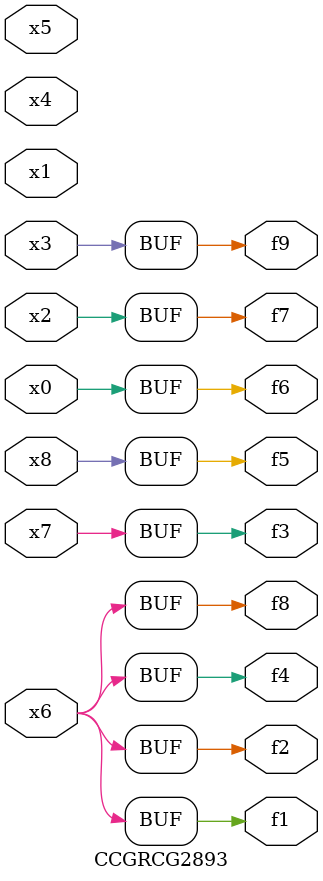
<source format=v>
module CCGRCG2893(
	input x0, x1, x2, x3, x4, x5, x6, x7, x8,
	output f1, f2, f3, f4, f5, f6, f7, f8, f9
);
	assign f1 = x6;
	assign f2 = x6;
	assign f3 = x7;
	assign f4 = x6;
	assign f5 = x8;
	assign f6 = x0;
	assign f7 = x2;
	assign f8 = x6;
	assign f9 = x3;
endmodule

</source>
